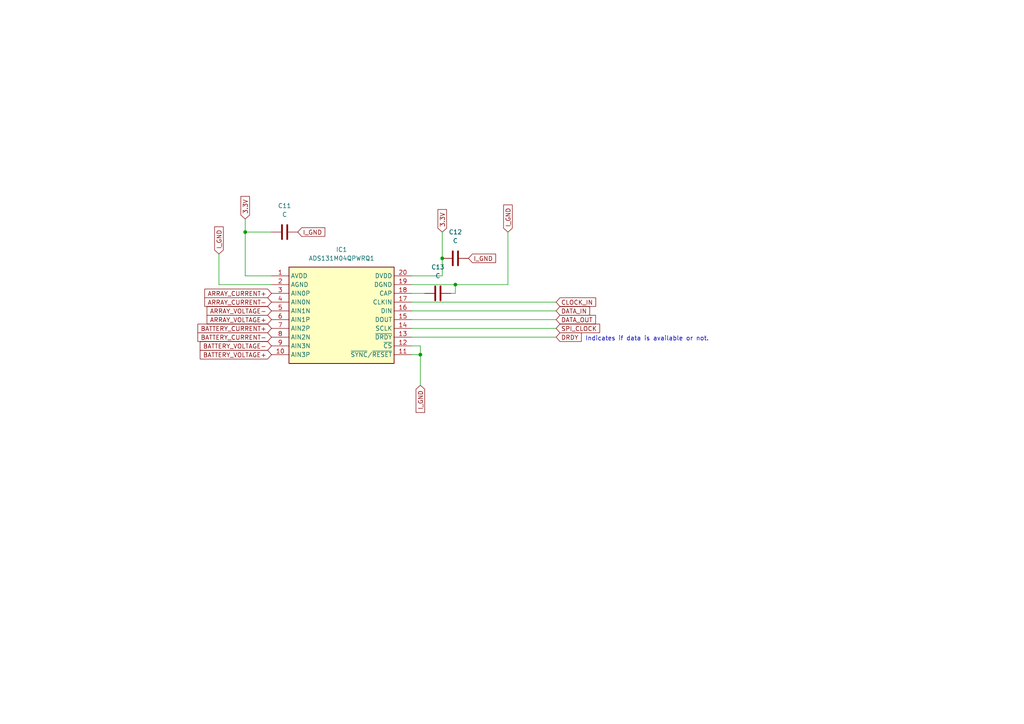
<source format=kicad_sch>
(kicad_sch (version 20231120) (generator "eeschema") (generator_version "8.0")
  (paper "A4")
  (lib_symbols
    (symbol "ADS131M04QPWRQ1:ADS131M04QPWRQ1"
      (property "Reference" "IC" (at 36.83 7.62 0))
      (property "Value" "ADS131M04QPWRQ1" (at 36.83 5.08 0))
      (symbol "ADS131M04QPWRQ1_1_1"
        (rectangle (start 5.08 2.54) (end 35.56 -25.4) (stroke (width 0.254)) (fill (type background)))
        (pin passive line (at 0 0 0) (length 5.08) (name "AVDD") (number "1"))
        (pin passive line (at 0 -22.86 0) (length 5.08) (name "AIN3P") (number "10"))
        (pin passive line (at 40.64 -22.86 180) (length 5.08) (name "~{SYNC}/~{RESET}") (number "11"))
        (pin passive line (at 40.64 -20.32 180) (length 5.08) (name "~{CS}") (number "12"))
        (pin passive line (at 40.64 -17.78 180) (length 5.08) (name "~{DRDY}") (number "13"))
        (pin passive line (at 40.64 -15.24 180) (length 5.08) (name "SCLK") (number "14"))
        (pin passive line (at 40.64 -12.7 180) (length 5.08) (name "DOUT") (number "15"))
        (pin passive line (at 40.64 -10.16 180) (length 5.08) (name "DIN") (number "16"))
        (pin passive line (at 40.64 -7.62 180) (length 5.08) (name "CLKIN") (number "17"))
        (pin passive line (at 40.64 -5.08 180) (length 5.08) (name "CAP") (number "18"))
        (pin passive line (at 40.64 -2.54 180) (length 5.08) (name "DGND") (number "19"))
        (pin passive line (at 0 -2.54 0) (length 5.08) (name "AGND") (number "2"))
        (pin passive line (at 40.64 0 180) (length 5.08) (name "DVDD") (number "20"))
        (pin passive line (at 0 -5.08 0) (length 5.08) (name "AIN0P") (number "3"))
        (pin passive line (at 0 -7.62 0) (length 5.08) (name "AIN0N") (number "4"))
        (pin passive line (at 0 -10.16 0) (length 5.08) (name "AIN1N") (number "5"))
        (pin passive line (at 0 -12.7 0) (length 5.08) (name "AIN1P") (number "6"))
        (pin passive line (at 0 -15.24 0) (length 5.08) (name "AIN2P") (number "7"))
        (pin passive line (at 0 -17.78 0) (length 5.08) (name "AIN2N") (number "8"))
        (pin passive line (at 0 -20.32 0) (length 5.08) (name "AIN3N") (number "9"))
      )
    )
    (symbol "Device:C" (pin_numbers hide) (pin_names (offset 0.254))
      (property "Reference" "C" (at 0.635 2.54 0))
      (property "Value" "C" (at 0.635 -2.54 0))
      (symbol "C_0_1"
        (polyline (pts (xy -2.032 -0.762) (xy 2.032 -0.762)) (stroke (width 0.508)))
        (polyline (pts (xy -2.032 0.762) (xy 2.032 0.762)) (stroke (width 0.508)))
      )
      (symbol "C_1_1"
        (pin passive line (at 0 3.81 270) (length 2.794) (name "~") (number "1"))
        (pin passive line (at 0 -3.81 90) (length 2.794) (name "~") (number "2"))
      )
    )
  )
  (junction (at 121.92 102.87))
  (junction (at 128.27 74.93))
  (junction (at 132.08 82.55))
  (junction (at 71.12 67.31))
  (wire (pts (xy 63.5 82.55) (xy 63.5 73.66)))
  (wire (pts (xy 71.12 63.5) (xy 71.12 67.31)))
  (wire (pts (xy 119.38 95.25) (xy 161.29 95.25)))
  (wire (pts (xy 119.38 102.87) (xy 121.92 102.87)))
  (wire (pts (xy 132.08 82.55) (xy 147.32 82.55)))
  (wire (pts (xy 78.74 80.01) (xy 71.12 80.01)))
  (wire (pts (xy 119.38 80.01) (xy 128.27 80.01)))
  (wire (pts (xy 119.38 82.55) (xy 132.08 82.55)))
  (wire (pts (xy 71.12 67.31) (xy 71.12 80.01)))
  (wire (pts (xy 121.92 102.87) (xy 121.92 111.76)))
  (wire (pts (xy 119.38 90.17) (xy 161.29 90.17)))
  (wire (pts (xy 132.08 85.09) (xy 132.08 82.55)))
  (wire (pts (xy 119.38 100.33) (xy 121.92 100.33)))
  (wire (pts (xy 130.81 85.09) (xy 132.08 85.09)))
  (wire (pts (xy 121.92 100.33) (xy 121.92 102.87)))
  (wire (pts (xy 119.38 87.63) (xy 161.29 87.63)))
  (wire (pts (xy 128.27 67.31) (xy 128.27 74.93)))
  (wire (pts (xy 119.38 97.79) (xy 161.29 97.79)))
  (wire (pts (xy 119.38 85.09) (xy 123.19 85.09)))
  (wire (pts (xy 78.74 82.55) (xy 63.5 82.55)))
  (wire (pts (xy 147.32 67.31) (xy 147.32 82.55)))
  (wire (pts (xy 128.27 74.93) (xy 128.27 80.01)))
  (wire (pts (xy 119.38 92.71) (xy 161.29 92.71)))
  (wire (pts (xy 71.12 67.31) (xy 78.74 67.31)))
  (text "Indicates if data is available or not." (at 187.706 98.298 0) (effects (font (size 1.27 1.27))))
  (global_label "BATTERY_VOLTAGE-" (shape input) (at 78.74 100.33 180) (property "Intersheetrefs" "${INTERSHEET_REFS}" (effects (hide yes))))
  (global_label "BATTERY_VOLTAGE+" (shape input) (at 78.74 102.87 180) (property "Intersheetrefs" "${INTERSHEET_REFS}" (effects (hide yes))))
  (global_label "3.3V" (shape input) (at 128.27 67.31 90) (property "Intersheetrefs" "${INTERSHEET_REFS}" (effects (hide yes))))
  (global_label "I_GND" (shape input) (at 63.5 73.66 90) (property "Intersheetrefs" "${INTERSHEET_REFS}" (effects (hide yes))))
  (global_label "DATA_IN" (shape input) (at 161.29 90.17 0) (property "Intersheetrefs" "${INTERSHEET_REFS}" (effects (hide yes))))
  (global_label "ARRAY_CURRENT+" (shape input) (at 78.74 85.09 180) (property "Intersheetrefs" "${INTERSHEET_REFS}" (effects (hide yes))))
  (global_label "I_GND" (shape input) (at 147.32 67.31 90) (property "Intersheetrefs" "${INTERSHEET_REFS}" (effects (hide yes))))
  (global_label "BATTERY_CURRENT+" (shape input) (at 78.74 95.25 180) (property "Intersheetrefs" "${INTERSHEET_REFS}" (effects (hide yes))))
  (global_label "I_GND" (shape input) (at 121.92 111.76 270) (property "Intersheetrefs" "${INTERSHEET_REFS}" (effects (hide yes))))
  (global_label "I_GND" (shape input) (at 135.89 74.93 0) (property "Intersheetrefs" "${INTERSHEET_REFS}" (effects (hide yes))))
  (global_label "CLOCK_IN" (shape input) (at 161.29 87.63 0) (property "Intersheetrefs" "${INTERSHEET_REFS}" (effects (hide yes))))
  (global_label "DRDY" (shape input) (at 161.29 97.79 0) (property "Intersheetrefs" "${INTERSHEET_REFS}" (effects (hide yes))))
  (global_label "SPI_CLOCK" (shape input) (at 161.29 95.25 0) (property "Intersheetrefs" "${INTERSHEET_REFS}" (effects (hide yes))))
  (global_label "DATA_OUT" (shape input) (at 161.29 92.71 0) (property "Intersheetrefs" "${INTERSHEET_REFS}" (effects (hide yes))))
  (global_label "BATTERY_CURRENT-" (shape input) (at 78.74 97.79 180) (property "Intersheetrefs" "${INTERSHEET_REFS}" (effects (hide yes))))
  (global_label "3.3V" (shape input) (at 71.12 63.5 90) (property "Intersheetrefs" "${INTERSHEET_REFS}" (effects (hide yes))))
  (global_label "ARRAY_VOLTAGE-" (shape input) (at 78.74 90.17 180) (property "Intersheetrefs" "${INTERSHEET_REFS}" (effects (hide yes))))
  (global_label "ARRAY_VOLTAGE+" (shape input) (at 78.74 92.71 180) (property "Intersheetrefs" "${INTERSHEET_REFS}" (effects (hide yes))))
  (global_label "I_GND" (shape input) (at 86.36 67.31 0) (property "Intersheetrefs" "${INTERSHEET_REFS}" (effects (hide yes))))
  (global_label "ARRAY_CURRENT-" (shape input) (at 78.74 87.63 180) (property "Intersheetrefs" "${INTERSHEET_REFS}" (effects (hide yes))))
  (symbol (lib_id "Device:C") (at 132.08 74.93 90) (unit 1)
    (property "Reference" "C12" (at 132.08 67.31 90))
    (property "Value" "C" (at 132.08 69.85 90))
    (property "Description" "Unpolarized capacitor" (effects (hide yes)))
  )
  (symbol (lib_id "Device:C") (at 127 85.09 270) (unit 1)
    (property "Reference" "C13" (at 127 77.47 90))
    (property "Value" "C" (at 127 80.01 90))
    (property "Description" "Unpolarized capacitor" (effects (hide yes)))
  )
  (symbol (lib_id "ADS131M04QPWRQ1:ADS131M04QPWRQ1") (at 78.74 80.01 0) (unit 1)
    (property "Reference" "IC1" (at 99.06 72.39 0))
    (property "Value" "ADS131M04QPWRQ1" (at 99.06 74.93 0))
    (property "Footprint" "SOP65P640X120-20N" (effects (hide yes)))
    (property "Datasheet" "https://www.ti.com/lit/ds/symlink/ads131m04-q1.pdf?HQS=dis-mous-null-mousermode-dsf-pf-null-wwe&ts=1674029679446&ref_url=https%253A%252F%252Fwww.mouser.de%252F" (effects (hide yes)))
    (property "Description" "Analog to Digital Converters - ADC Automotive, four-channel, 24-bit, 64-kSPS, simultaneous-sampling, delta-sigma ADC" (effects (hide yes)))
    (property "Height" "1.2" (effects (hide yes)))
    (property "Mouser Part Number" "595-ADS131M04QPWRQ1" (effects (hide yes)))
    (property "Mouser Price/Stock" "https://www.mouser.co.uk/ProductDetail/Texas-Instruments/ADS131M04QPWRQ1?qs=By6Nw2ByBD32%2FifDd%2FC%252BLA%3D%3D" (effects (hide yes)))
    (property "Manufacturer_Name" "Texas Instruments" (effects (hide yes)))
    (property "Manufacturer_Part_Number" "ADS131M04QPWRQ1" (effects (hide yes)))
  )
  (symbol (lib_id "Device:C") (at 82.55 67.31 90) (unit 1)
    (property "Reference" "C11" (at 82.55 59.69 90))
    (property "Value" "C" (at 82.55 62.23 90))
    (property "Description" "Unpolarized capacitor" (effects (hide yes)))
  )
)
</source>
